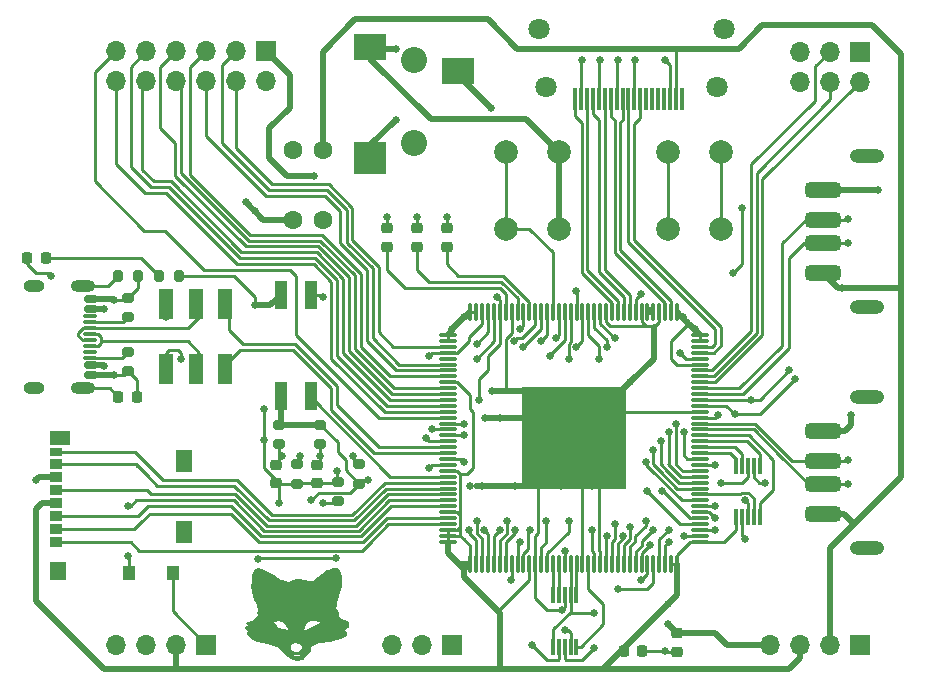
<source format=gtl>
G04 #@! TF.GenerationSoftware,KiCad,Pcbnew,7.0.10-7.0.10~ubuntu20.04.1*
G04 #@! TF.CreationDate,2024-05-01T22:25:19+02:00*
G04 #@! TF.ProjectId,endeavour,656e6465-6176-46f7-9572-2e6b69636164,rev?*
G04 #@! TF.SameCoordinates,Original*
G04 #@! TF.FileFunction,Copper,L1,Top*
G04 #@! TF.FilePolarity,Positive*
%FSLAX46Y46*%
G04 Gerber Fmt 4.6, Leading zero omitted, Abs format (unit mm)*
G04 Created by KiCad (PCBNEW 7.0.10-7.0.10~ubuntu20.04.1) date 2024-05-01 22:25:19*
%MOMM*%
%LPD*%
G01*
G04 APERTURE LIST*
G04 Aperture macros list*
%AMRoundRect*
0 Rectangle with rounded corners*
0 $1 Rounding radius*
0 $2 $3 $4 $5 $6 $7 $8 $9 X,Y pos of 4 corners*
0 Add a 4 corners polygon primitive as box body*
4,1,4,$2,$3,$4,$5,$6,$7,$8,$9,$2,$3,0*
0 Add four circle primitives for the rounded corners*
1,1,$1+$1,$2,$3*
1,1,$1+$1,$4,$5*
1,1,$1+$1,$6,$7*
1,1,$1+$1,$8,$9*
0 Add four rect primitives between the rounded corners*
20,1,$1+$1,$2,$3,$4,$5,0*
20,1,$1+$1,$4,$5,$6,$7,0*
20,1,$1+$1,$6,$7,$8,$9,0*
20,1,$1+$1,$8,$9,$2,$3,0*%
G04 Aperture macros list end*
G04 #@! TA.AperFunction,ComponentPad*
%ADD10R,1.700000X1.700000*%
G04 #@! TD*
G04 #@! TA.AperFunction,ComponentPad*
%ADD11O,1.700000X1.700000*%
G04 #@! TD*
G04 #@! TA.AperFunction,SMDPad,CuDef*
%ADD12RoundRect,0.218750X0.256250X-0.218750X0.256250X0.218750X-0.256250X0.218750X-0.256250X-0.218750X0*%
G04 #@! TD*
G04 #@! TA.AperFunction,SMDPad,CuDef*
%ADD13RoundRect,0.218750X-0.218750X-0.256250X0.218750X-0.256250X0.218750X0.256250X-0.218750X0.256250X0*%
G04 #@! TD*
G04 #@! TA.AperFunction,SMDPad,CuDef*
%ADD14R,1.200000X2.500000*%
G04 #@! TD*
G04 #@! TA.AperFunction,SMDPad,CuDef*
%ADD15R,1.350000X1.900000*%
G04 #@! TD*
G04 #@! TA.AperFunction,SMDPad,CuDef*
%ADD16R,1.800000X1.170000*%
G04 #@! TD*
G04 #@! TA.AperFunction,SMDPad,CuDef*
%ADD17R,1.350000X1.550000*%
G04 #@! TD*
G04 #@! TA.AperFunction,SMDPad,CuDef*
%ADD18R,1.000000X1.200000*%
G04 #@! TD*
G04 #@! TA.AperFunction,SMDPad,CuDef*
%ADD19R,1.100000X0.750000*%
G04 #@! TD*
G04 #@! TA.AperFunction,SMDPad,CuDef*
%ADD20R,1.100000X0.850000*%
G04 #@! TD*
G04 #@! TA.AperFunction,HeatsinkPad*
%ADD21R,8.930000X8.700000*%
G04 #@! TD*
G04 #@! TA.AperFunction,SMDPad,CuDef*
%ADD22RoundRect,0.075000X-0.075000X-0.662500X0.075000X-0.662500X0.075000X0.662500X-0.075000X0.662500X0*%
G04 #@! TD*
G04 #@! TA.AperFunction,SMDPad,CuDef*
%ADD23RoundRect,0.075000X-0.662500X-0.075000X0.662500X-0.075000X0.662500X0.075000X-0.662500X0.075000X0*%
G04 #@! TD*
G04 #@! TA.AperFunction,ComponentPad*
%ADD24O,2.900000X1.200000*%
G04 #@! TD*
G04 #@! TA.AperFunction,SMDPad,CuDef*
%ADD25RoundRect,0.325000X1.175000X-0.325000X1.175000X0.325000X-1.175000X0.325000X-1.175000X-0.325000X0*%
G04 #@! TD*
G04 #@! TA.AperFunction,ComponentPad*
%ADD26C,1.800000*%
G04 #@! TD*
G04 #@! TA.AperFunction,SMDPad,CuDef*
%ADD27R,0.300000X1.900000*%
G04 #@! TD*
G04 #@! TA.AperFunction,ComponentPad*
%ADD28C,1.600200*%
G04 #@! TD*
G04 #@! TA.AperFunction,ComponentPad*
%ADD29C,2.209800*%
G04 #@! TD*
G04 #@! TA.AperFunction,SMDPad,CuDef*
%ADD30R,2.794000X2.209800*%
G04 #@! TD*
G04 #@! TA.AperFunction,SMDPad,CuDef*
%ADD31R,2.794000X2.794000*%
G04 #@! TD*
G04 #@! TA.AperFunction,SMDPad,CuDef*
%ADD32R,0.300000X1.400000*%
G04 #@! TD*
G04 #@! TA.AperFunction,SMDPad,CuDef*
%ADD33R,1.130000X2.440000*%
G04 #@! TD*
G04 #@! TA.AperFunction,ComponentPad*
%ADD34O,1.800000X1.000000*%
G04 #@! TD*
G04 #@! TA.AperFunction,ComponentPad*
%ADD35O,2.100000X1.000000*%
G04 #@! TD*
G04 #@! TA.AperFunction,SMDPad,CuDef*
%ADD36RoundRect,0.150000X-0.425000X0.150000X-0.425000X-0.150000X0.425000X-0.150000X0.425000X0.150000X0*%
G04 #@! TD*
G04 #@! TA.AperFunction,SMDPad,CuDef*
%ADD37RoundRect,0.075000X-0.500000X0.075000X-0.500000X-0.075000X0.500000X-0.075000X0.500000X0.075000X0*%
G04 #@! TD*
G04 #@! TA.AperFunction,ComponentPad*
%ADD38C,2.000000*%
G04 #@! TD*
G04 #@! TA.AperFunction,SMDPad,CuDef*
%ADD39RoundRect,0.200000X0.275000X-0.200000X0.275000X0.200000X-0.275000X0.200000X-0.275000X-0.200000X0*%
G04 #@! TD*
G04 #@! TA.AperFunction,SMDPad,CuDef*
%ADD40RoundRect,0.200000X-0.200000X-0.275000X0.200000X-0.275000X0.200000X0.275000X-0.200000X0.275000X0*%
G04 #@! TD*
G04 #@! TA.AperFunction,SMDPad,CuDef*
%ADD41RoundRect,0.200000X-0.275000X0.200000X-0.275000X-0.200000X0.275000X-0.200000X0.275000X0.200000X0*%
G04 #@! TD*
G04 #@! TA.AperFunction,SMDPad,CuDef*
%ADD42RoundRect,0.225000X-0.225000X-0.250000X0.225000X-0.250000X0.225000X0.250000X-0.225000X0.250000X0*%
G04 #@! TD*
G04 #@! TA.AperFunction,SMDPad,CuDef*
%ADD43RoundRect,0.225000X0.250000X-0.225000X0.250000X0.225000X-0.250000X0.225000X-0.250000X-0.225000X0*%
G04 #@! TD*
G04 #@! TA.AperFunction,ViaPad*
%ADD44C,0.650000*%
G04 #@! TD*
G04 #@! TA.AperFunction,Conductor*
%ADD45C,0.500000*%
G04 #@! TD*
G04 #@! TA.AperFunction,Conductor*
%ADD46C,0.250000*%
G04 #@! TD*
G04 APERTURE END LIST*
D10*
X103900000Y-64460000D03*
D11*
X103900000Y-67000000D03*
X101360000Y-64460000D03*
X101360000Y-67000000D03*
X98820000Y-64460000D03*
X98820000Y-67000000D03*
X96280000Y-64460000D03*
X96280000Y-67000000D03*
X93740000Y-64460000D03*
X93740000Y-67000000D03*
X91200000Y-64460000D03*
X91200000Y-67000000D03*
X149070000Y-67040000D03*
X149070000Y-64500000D03*
X151610000Y-67040000D03*
X151610000Y-64500000D03*
X154150000Y-67040000D03*
D10*
X154150000Y-64500000D03*
D12*
X119150000Y-79462500D03*
X119150000Y-81037500D03*
X116650000Y-79462500D03*
X116650000Y-81037500D03*
X114150000Y-79462500D03*
X114150000Y-81037500D03*
D13*
X85225000Y-82000000D03*
X83650000Y-82000000D03*
D14*
X100400000Y-85900000D03*
X97900000Y-85900000D03*
X95400000Y-85900000D03*
X100400000Y-91400000D03*
X97900000Y-91400000D03*
X95400000Y-91400000D03*
D15*
X96930800Y-105175000D03*
X96930800Y-99205000D03*
D16*
X86455800Y-97180000D03*
D17*
X86230800Y-108500000D03*
D18*
X95955800Y-108675000D03*
X92255800Y-108675000D03*
D19*
X86105800Y-98390000D03*
D20*
X86105800Y-99440000D03*
X86105800Y-100540000D03*
X86105800Y-101640000D03*
X86105800Y-102740000D03*
X86105800Y-103840000D03*
X86105800Y-104940000D03*
X86105800Y-106040000D03*
D21*
X129912500Y-97250000D03*
D22*
X121162500Y-86587500D03*
X121662500Y-86587500D03*
X122162500Y-86587500D03*
X122662500Y-86587500D03*
X123162500Y-86587500D03*
X123662500Y-86587500D03*
X124162500Y-86587500D03*
X124662500Y-86587500D03*
X125162500Y-86587500D03*
X125662500Y-86587500D03*
X126162500Y-86587500D03*
X126662500Y-86587500D03*
X127162500Y-86587500D03*
X127662500Y-86587500D03*
X128162500Y-86587500D03*
X128662500Y-86587500D03*
X129162500Y-86587500D03*
X129662500Y-86587500D03*
X130162500Y-86587500D03*
X130662500Y-86587500D03*
X131162500Y-86587500D03*
X131662500Y-86587500D03*
X132162500Y-86587500D03*
X132662500Y-86587500D03*
X133162500Y-86587500D03*
X133662500Y-86587500D03*
X134162500Y-86587500D03*
X134662500Y-86587500D03*
X135162500Y-86587500D03*
X135662500Y-86587500D03*
X136162500Y-86587500D03*
X136662500Y-86587500D03*
X137162500Y-86587500D03*
X137662500Y-86587500D03*
X138162500Y-86587500D03*
X138662500Y-86587500D03*
D23*
X140575000Y-88500000D03*
X140575000Y-89000000D03*
X140575000Y-89500000D03*
X140575000Y-90000000D03*
X140575000Y-90500000D03*
X140575000Y-91000000D03*
X140575000Y-91500000D03*
X140575000Y-92000000D03*
X140575000Y-92500000D03*
X140575000Y-93000000D03*
X140575000Y-93500000D03*
X140575000Y-94000000D03*
X140575000Y-94500000D03*
X140575000Y-95000000D03*
X140575000Y-95500000D03*
X140575000Y-96000000D03*
X140575000Y-96500000D03*
X140575000Y-97000000D03*
X140575000Y-97500000D03*
X140575000Y-98000000D03*
X140575000Y-98500000D03*
X140575000Y-99000000D03*
X140575000Y-99500000D03*
X140575000Y-100000000D03*
X140575000Y-100500000D03*
X140575000Y-101000000D03*
X140575000Y-101500000D03*
X140575000Y-102000000D03*
X140575000Y-102500000D03*
X140575000Y-103000000D03*
X140575000Y-103500000D03*
X140575000Y-104000000D03*
X140575000Y-104500000D03*
X140575000Y-105000000D03*
X140575000Y-105500000D03*
X140575000Y-106000000D03*
D22*
X138662500Y-107912500D03*
X138162500Y-107912500D03*
X137662500Y-107912500D03*
X137162500Y-107912500D03*
X136662500Y-107912500D03*
X136162500Y-107912500D03*
X135662500Y-107912500D03*
X135162500Y-107912500D03*
X134662500Y-107912500D03*
X134162500Y-107912500D03*
X133662500Y-107912500D03*
X133162500Y-107912500D03*
X132662500Y-107912500D03*
X132162500Y-107912500D03*
X131662500Y-107912500D03*
X131162500Y-107912500D03*
X130662500Y-107912500D03*
X130162500Y-107912500D03*
X129662500Y-107912500D03*
X129162500Y-107912500D03*
X128662500Y-107912500D03*
X128162500Y-107912500D03*
X127662500Y-107912500D03*
X127162500Y-107912500D03*
X126662500Y-107912500D03*
X126162500Y-107912500D03*
X125662500Y-107912500D03*
X125162500Y-107912500D03*
X124662500Y-107912500D03*
X124162500Y-107912500D03*
X123662500Y-107912500D03*
X123162500Y-107912500D03*
X122662500Y-107912500D03*
X122162500Y-107912500D03*
X121662500Y-107912500D03*
X121162500Y-107912500D03*
D23*
X119250000Y-106000000D03*
X119250000Y-105500000D03*
X119250000Y-105000000D03*
X119250000Y-104500000D03*
X119250000Y-104000000D03*
X119250000Y-103500000D03*
X119250000Y-103000000D03*
X119250000Y-102500000D03*
X119250000Y-102000000D03*
X119250000Y-101500000D03*
X119250000Y-101000000D03*
X119250000Y-100500000D03*
X119250000Y-100000000D03*
X119250000Y-99500000D03*
X119250000Y-99000000D03*
X119250000Y-98500000D03*
X119250000Y-98000000D03*
X119250000Y-97500000D03*
X119250000Y-97000000D03*
X119250000Y-96500000D03*
X119250000Y-96000000D03*
X119250000Y-95500000D03*
X119250000Y-95000000D03*
X119250000Y-94500000D03*
X119250000Y-94000000D03*
X119250000Y-93500000D03*
X119250000Y-93000000D03*
X119250000Y-92500000D03*
X119250000Y-92000000D03*
X119250000Y-91500000D03*
X119250000Y-91000000D03*
X119250000Y-90500000D03*
X119250000Y-90000000D03*
X119250000Y-89500000D03*
X119250000Y-89000000D03*
X119250000Y-88500000D03*
D24*
X154750000Y-73350000D03*
X154750000Y-86150000D03*
D25*
X151050000Y-76250000D03*
X151050000Y-78750000D03*
X151050000Y-80750000D03*
X151050000Y-83250000D03*
D24*
X154750000Y-93750000D03*
X154750000Y-106550000D03*
D25*
X151050000Y-96650000D03*
X151050000Y-99150000D03*
X151050000Y-101150000D03*
X151050000Y-103650000D03*
D26*
X126950000Y-62600000D03*
X142650000Y-62600000D03*
X127550000Y-67500000D03*
X142050000Y-67500000D03*
D27*
X139050000Y-68500000D03*
X138550000Y-68500000D03*
X138050000Y-68500000D03*
X137550000Y-68500000D03*
X137050000Y-68500000D03*
X136550000Y-68500000D03*
X136050000Y-68500000D03*
X135550000Y-68500000D03*
X135050000Y-68500000D03*
X134550000Y-68500000D03*
X134050000Y-68500000D03*
X133550000Y-68500000D03*
X133050000Y-68500000D03*
X132550000Y-68500000D03*
X132050000Y-68500000D03*
X131550000Y-68500000D03*
X131050000Y-68500000D03*
X130550000Y-68500000D03*
X130050000Y-68500000D03*
D11*
X91150000Y-114725000D03*
X93690000Y-114725000D03*
X96230000Y-114725000D03*
D10*
X98770000Y-114725000D03*
D28*
X106160800Y-78749300D03*
X108650000Y-78749300D03*
X106160800Y-72856500D03*
X108650000Y-72856500D03*
D11*
X146530000Y-114750000D03*
X149070000Y-114750000D03*
X151610000Y-114750000D03*
D10*
X154150000Y-114750000D03*
D29*
X116400000Y-72250000D03*
X116400000Y-65250002D03*
D30*
X120100018Y-66150043D03*
D31*
X112700000Y-73550000D03*
D30*
X112700000Y-64150001D03*
D32*
X143650000Y-99550000D03*
X144150000Y-99550000D03*
X144650000Y-99550000D03*
X145150000Y-99550000D03*
X145650000Y-99550000D03*
X145650000Y-103950000D03*
X145150000Y-103950000D03*
X144650000Y-103950000D03*
X144150000Y-103950000D03*
X143650000Y-103950000D03*
D33*
X105130000Y-93672500D03*
X105130000Y-85072500D03*
X107670000Y-93672500D03*
X107670000Y-85072500D03*
D34*
X84230800Y-93000000D03*
D35*
X88410800Y-93000000D03*
D34*
X84230800Y-84360000D03*
D35*
X88410800Y-84360000D03*
D36*
X89055800Y-85480000D03*
X89055800Y-86280000D03*
D37*
X88985800Y-86930000D03*
X88985800Y-87930000D03*
X88985800Y-89430000D03*
X88985800Y-90430000D03*
D36*
X89055800Y-91080000D03*
X89055800Y-91880000D03*
X89055800Y-91880000D03*
X89055800Y-91080000D03*
D37*
X88985800Y-89930000D03*
X88985800Y-88930000D03*
X88985800Y-88430000D03*
X88985800Y-87430000D03*
D36*
X89055800Y-86280000D03*
X89055800Y-85480000D03*
D32*
X128150000Y-110500000D03*
X128650000Y-110500000D03*
X129150000Y-110500000D03*
X129650000Y-110500000D03*
X130150000Y-110500000D03*
X130150000Y-114900000D03*
X129650000Y-114900000D03*
X129150000Y-114900000D03*
X128650000Y-114900000D03*
X128150000Y-114900000D03*
D38*
X137900000Y-73000000D03*
X137900000Y-79500000D03*
X142400000Y-73000000D03*
X142400000Y-79500000D03*
X124150000Y-73000000D03*
X124150000Y-79500000D03*
X128650000Y-73000000D03*
X128650000Y-79500000D03*
D39*
X104966118Y-96100000D03*
X104966118Y-97750000D03*
X108466118Y-96100000D03*
X108466118Y-97750000D03*
D40*
X93000000Y-83500000D03*
X91350000Y-83500000D03*
D41*
X92150000Y-91575000D03*
X92150000Y-89925000D03*
D39*
X92150000Y-85350000D03*
X92150000Y-87000000D03*
D40*
X96475000Y-83500000D03*
X94825000Y-83500000D03*
D41*
X109966118Y-100925000D03*
X109966118Y-102575000D03*
X106466118Y-101075000D03*
X106466118Y-99425000D03*
D39*
X111716118Y-99425000D03*
X111716118Y-101075000D03*
D11*
X114570000Y-114725000D03*
X117110000Y-114725000D03*
D10*
X119650000Y-114725000D03*
D42*
X135700000Y-115250000D03*
X134150000Y-115250000D03*
X91375000Y-93750000D03*
X92925000Y-93750000D03*
D43*
X138650000Y-113750000D03*
X138650000Y-115300000D03*
X104716118Y-99500000D03*
X104716118Y-101050000D03*
X108216118Y-99500000D03*
X108216118Y-101050000D03*
D44*
X114850000Y-70300000D03*
X102900000Y-86000000D03*
X153400000Y-95250000D03*
X155650000Y-76250000D03*
X152650000Y-84500000D03*
X143400000Y-83250000D03*
X144150000Y-77750000D03*
X148650000Y-92250000D03*
X148150000Y-91500000D03*
X135650000Y-85000000D03*
X144950000Y-94000000D03*
X143550000Y-95200000D03*
X131650000Y-112000000D03*
X119150000Y-78500000D03*
X116650000Y-78500000D03*
X114150000Y-78500000D03*
X123400000Y-85250000D03*
X130150000Y-84750000D03*
X153150000Y-80700000D03*
X153150000Y-78700000D03*
X122900000Y-69250000D03*
X114900000Y-64250000D03*
X107900000Y-75000000D03*
X137650000Y-65250000D03*
X135150000Y-65250000D03*
X133650000Y-65250000D03*
X132150000Y-65250000D03*
X130650000Y-65250000D03*
X108650000Y-85250000D03*
X123650000Y-95500000D03*
X102150000Y-77250000D03*
X102900000Y-78000000D03*
X122150000Y-101250000D03*
X121150000Y-101250000D03*
X140150000Y-88000000D03*
X139150000Y-87000000D03*
X119650000Y-88000000D03*
X120650000Y-87000000D03*
X137900000Y-113000000D03*
X137650000Y-115250000D03*
X137900000Y-111250000D03*
X133650000Y-110000000D03*
X138900000Y-90000000D03*
X85650000Y-83500000D03*
X153150000Y-101100000D03*
X153150000Y-99100000D03*
X146150000Y-101000000D03*
X142150000Y-95250000D03*
X84400000Y-100750000D03*
X92150000Y-107250000D03*
X92150000Y-103000000D03*
X100650000Y-90750000D03*
X142400000Y-101000000D03*
X144400000Y-102500000D03*
X144400000Y-105750000D03*
X141900000Y-99500000D03*
X139250000Y-96750000D03*
X138600000Y-96000000D03*
X136000000Y-99250000D03*
X137950000Y-96750000D03*
X137300000Y-97500000D03*
X136650000Y-98250000D03*
X95400000Y-87000000D03*
X96650000Y-90500000D03*
X122400000Y-95500000D03*
X117650000Y-90250000D03*
X109900000Y-100000000D03*
X121900000Y-94000000D03*
X136400000Y-86500000D03*
X126400000Y-114750000D03*
X131650000Y-115000000D03*
X129150000Y-113500000D03*
X104966118Y-102750000D03*
X109816118Y-107400000D03*
X103216118Y-107500000D03*
X107716118Y-102500000D03*
X108716118Y-102750000D03*
X112466118Y-100750000D03*
X111216118Y-98750000D03*
X103716118Y-94750000D03*
X103716118Y-97350000D03*
X108466118Y-98750000D03*
X106716118Y-98750000D03*
X105216118Y-98750000D03*
X91030800Y-85500000D03*
X91030800Y-91900000D03*
X90130800Y-86300000D03*
X90130800Y-91100000D03*
X117650000Y-99750000D03*
X120650000Y-99250000D03*
X117400000Y-97250000D03*
X117900000Y-96500000D03*
X120650000Y-96000000D03*
X120650000Y-97000000D03*
X124900000Y-89000000D03*
X125400000Y-88000000D03*
X125650000Y-89500000D03*
X127150000Y-89000000D03*
X128400000Y-88750000D03*
X127900000Y-90250000D03*
X129500000Y-90500000D03*
X130150000Y-89500000D03*
X133400000Y-88750000D03*
X132750000Y-89500000D03*
X132100000Y-90500000D03*
X141900000Y-104000000D03*
X141900000Y-103000000D03*
X137400000Y-101750000D03*
X136150000Y-101750000D03*
X135650000Y-109250000D03*
X123000000Y-93250000D03*
X126900000Y-93250000D03*
X134700000Y-92500000D03*
X121700000Y-90500000D03*
X121700000Y-89250000D03*
X124650000Y-109250000D03*
X128900000Y-111750000D03*
X129500000Y-104250000D03*
X129150000Y-106750000D03*
X136000000Y-104250000D03*
X136650000Y-105000000D03*
X134700000Y-104750000D03*
X136400000Y-106250000D03*
X131450000Y-105000000D03*
X133400000Y-104500000D03*
X132750000Y-105500000D03*
X134050000Y-105500000D03*
X137950000Y-105000000D03*
X137950000Y-106000000D03*
X139250000Y-105500000D03*
X141850000Y-105000000D03*
X131450000Y-101250000D03*
X128850000Y-101250000D03*
X124950000Y-101250000D03*
X125400000Y-106000000D03*
X126250000Y-105000000D03*
X127550000Y-104250000D03*
X124300000Y-104250000D03*
X121700000Y-104250000D03*
X124950000Y-105000000D03*
X123650000Y-105000000D03*
X122350000Y-105000000D03*
X121050000Y-105000000D03*
D45*
X114850000Y-70300000D02*
X112700000Y-72450000D01*
D46*
X102900000Y-86000000D02*
X102900000Y-85250000D01*
X102900000Y-85250000D02*
X101150000Y-83500000D01*
D45*
X104202500Y-86000000D02*
X102900000Y-86000000D01*
X150850000Y-96650000D02*
X152900000Y-96650000D01*
X153400000Y-95250000D02*
X153400000Y-96150000D01*
X153400000Y-96150000D02*
X152900000Y-96650000D01*
X151610000Y-106540000D02*
X153650000Y-104500000D01*
X153650000Y-104500000D02*
X157650000Y-100500000D01*
X151050000Y-103650000D02*
X152800000Y-103650000D01*
X152800000Y-103650000D02*
X153650000Y-104500000D01*
X157650000Y-100500000D02*
X157650000Y-88250000D01*
X151610000Y-114750000D02*
X151610000Y-106540000D01*
D46*
X147400000Y-98750000D02*
X149800000Y-101150000D01*
X149800000Y-101150000D02*
X151050000Y-101150000D01*
X140575000Y-96000000D02*
X145286396Y-96000000D01*
X145286396Y-96000000D02*
X148436396Y-99150000D01*
X148436396Y-99150000D02*
X151050000Y-99150000D01*
D45*
X151050000Y-76250000D02*
X155650000Y-76250000D01*
X152650000Y-84500000D02*
X152300000Y-84500000D01*
X152300000Y-84500000D02*
X151050000Y-83250000D01*
X157650000Y-88250000D02*
X157650000Y-84500000D01*
X157650000Y-84500000D02*
X157650000Y-64750000D01*
X152650000Y-84500000D02*
X157650000Y-84500000D01*
D46*
X148150000Y-88000000D02*
X148150000Y-89600000D01*
X149400000Y-80750000D02*
X151050000Y-80750000D01*
X148150000Y-88000000D02*
X148150000Y-82000000D01*
X148150000Y-82000000D02*
X149400000Y-80750000D01*
X140575000Y-93000000D02*
X143950000Y-93000000D01*
X143950000Y-93000000D02*
X147550000Y-89400000D01*
X149550001Y-78750000D02*
X151050000Y-78750000D01*
X147550000Y-89400000D02*
X147550000Y-80750001D01*
X147550000Y-80750001D02*
X149550001Y-78750000D01*
X144150000Y-82500000D02*
X143400000Y-83250000D01*
X144150000Y-77750000D02*
X144150000Y-82500000D01*
X148150000Y-91500000D02*
X145650000Y-94000000D01*
X145650000Y-94000000D02*
X144950000Y-94000000D01*
X143550000Y-95200000D02*
X145700000Y-95200000D01*
X145700000Y-95200000D02*
X148650000Y-92250000D01*
X135162500Y-85487500D02*
X135650000Y-85000000D01*
X135162500Y-86587500D02*
X135162500Y-85487500D01*
X140575000Y-91500000D02*
X141627208Y-91500000D01*
X141627208Y-91500000D02*
X144950000Y-88177208D01*
X144950000Y-88177208D02*
X144950000Y-74050000D01*
X144950000Y-74050000D02*
X150350000Y-68650000D01*
X150350000Y-68650000D02*
X150350000Y-65760000D01*
X150350000Y-65760000D02*
X151610000Y-64500000D01*
X151610000Y-67040000D02*
X151610000Y-68540000D01*
X151610000Y-68540000D02*
X145400000Y-74750000D01*
X145400000Y-74750000D02*
X145400000Y-88363604D01*
X145400000Y-88363604D02*
X141763604Y-92000000D01*
X141763604Y-92000000D02*
X140575000Y-92000000D01*
X141900000Y-92500000D02*
X145900000Y-88500000D01*
X145900000Y-75290000D02*
X154150000Y-67040000D01*
X140575000Y-92500000D02*
X141900000Y-92500000D01*
X145900000Y-88500000D02*
X145900000Y-75290000D01*
X144250000Y-93500000D02*
X140575000Y-93500000D01*
X148150000Y-89600000D02*
X144250000Y-93500000D01*
X140575000Y-94000000D02*
X144950000Y-94000000D01*
X142850000Y-94500000D02*
X143550000Y-95200000D01*
X140575000Y-94500000D02*
X142850000Y-94500000D01*
D45*
X108650000Y-72856500D02*
X108650000Y-64500000D01*
X125150000Y-64250000D02*
X138650000Y-64250000D01*
X108650000Y-64500000D02*
X111400000Y-61750000D01*
X111400000Y-61750000D02*
X122650000Y-61750000D01*
X122650000Y-61750000D02*
X125150000Y-64250000D01*
X117850000Y-70250000D02*
X112700000Y-65100000D01*
X112700000Y-65100000D02*
X112700000Y-64150001D01*
D46*
X112700000Y-72450000D02*
X112700000Y-73550000D01*
D45*
X122900000Y-69250000D02*
X120100018Y-66450018D01*
D46*
X120100018Y-66450018D02*
X120100018Y-66150043D01*
D45*
X114900000Y-64250000D02*
X112799999Y-64250000D01*
X112799999Y-64250000D02*
X112700000Y-64150001D01*
D46*
X129730761Y-112000000D02*
X131650000Y-112000000D01*
X129650000Y-111919239D02*
X129730761Y-112000000D01*
X131162500Y-107912500D02*
X131162500Y-110012500D01*
X130500000Y-114900000D02*
X130150000Y-114900000D01*
X131162500Y-110012500D02*
X132400000Y-111250000D01*
X132400000Y-111250000D02*
X132400000Y-113000000D01*
X132400000Y-113000000D02*
X130500000Y-114900000D01*
X95955800Y-108675000D02*
X95955800Y-111910800D01*
X95955800Y-111910800D02*
X98770000Y-114725000D01*
X119150000Y-79462500D02*
X119150000Y-78500000D01*
X116650000Y-79462500D02*
X116650000Y-78500000D01*
X114150000Y-79462500D02*
X114150000Y-78500000D01*
X126162500Y-86587500D02*
X126162500Y-85739708D01*
X126162500Y-85739708D02*
X123922792Y-83500000D01*
X123922792Y-83500000D02*
X120150000Y-83500000D01*
X120150000Y-83500000D02*
X119150000Y-82500000D01*
X119150000Y-82500000D02*
X119150000Y-81037500D01*
X125162500Y-86587500D02*
X125162500Y-85376104D01*
X125162500Y-85376104D02*
X123786396Y-84000000D01*
X123786396Y-84000000D02*
X117650000Y-84000000D01*
X117650000Y-84000000D02*
X116650000Y-83000000D01*
X116650000Y-83000000D02*
X116650000Y-81037500D01*
X124162500Y-86587500D02*
X124162500Y-85012500D01*
X124162500Y-85012500D02*
X123650000Y-84500000D01*
X115650000Y-84500000D02*
X114150000Y-83000000D01*
X123650000Y-84500000D02*
X115650000Y-84500000D01*
X114150000Y-83000000D02*
X114150000Y-81037500D01*
X123662500Y-85512500D02*
X123400000Y-85250000D01*
X123662500Y-86587500D02*
X123662500Y-85512500D01*
X128162500Y-86587500D02*
X128162500Y-81512500D01*
X128162500Y-81512500D02*
X126150000Y-79500000D01*
X126150000Y-79500000D02*
X124150000Y-79500000D01*
X124150000Y-73000000D02*
X124150000Y-79500000D01*
X137900000Y-73000000D02*
X137900000Y-79500000D01*
X130162500Y-86587500D02*
X130162500Y-84762500D01*
X130150000Y-84750000D02*
X130162500Y-84762500D01*
X150850000Y-80750000D02*
X153100000Y-80750000D01*
X150850000Y-78750000D02*
X153100000Y-78750000D01*
X142400000Y-79500000D02*
X142400000Y-73000000D01*
D45*
X128650000Y-73000000D02*
X128650000Y-79500000D01*
X128650000Y-73000000D02*
X125900000Y-70250000D01*
X125900000Y-70250000D02*
X117850000Y-70250000D01*
D46*
X112700000Y-74499999D02*
X112700000Y-72450000D01*
X120100018Y-67100042D02*
X120750042Y-67100042D01*
X134050000Y-68500000D02*
X134050000Y-70300000D01*
X134050000Y-70300000D02*
X133850000Y-70500000D01*
X133850000Y-70500000D02*
X133850000Y-81333340D01*
X133850000Y-81333340D02*
X138162500Y-85645840D01*
X138162500Y-85645840D02*
X138162500Y-86587500D01*
X133050000Y-68500000D02*
X133050000Y-70000000D01*
X133050000Y-70000000D02*
X133400000Y-70350000D01*
X133400000Y-70350000D02*
X133400000Y-81519736D01*
X133400000Y-81519736D02*
X137662500Y-85782236D01*
X137662500Y-85782236D02*
X137662500Y-86587500D01*
X131550000Y-68500000D02*
X131550000Y-69750000D01*
X131550000Y-69750000D02*
X132100000Y-70300000D01*
X132100000Y-70300000D02*
X132100000Y-83200000D01*
X132100000Y-83200000D02*
X134162500Y-85262500D01*
X134162500Y-85262500D02*
X134162500Y-86587500D01*
X140575000Y-90000000D02*
X141786396Y-90000000D01*
X141786396Y-90000000D02*
X142400000Y-89386396D01*
X142400000Y-89386396D02*
X142400000Y-87863604D01*
X135000000Y-70650000D02*
X135550000Y-70100000D01*
X142400000Y-87863604D02*
X135000000Y-80463604D01*
X135000000Y-80463604D02*
X135000000Y-70650000D01*
X135550000Y-70100000D02*
X135550000Y-68500000D01*
X140575000Y-89500000D02*
X141650000Y-89500000D01*
X141650000Y-89500000D02*
X141900000Y-89250000D01*
X141900000Y-89250000D02*
X141900000Y-88000000D01*
X141900000Y-88000000D02*
X134550000Y-80650000D01*
X134550000Y-80650000D02*
X134550000Y-68500000D01*
X133162500Y-86587500D02*
X133162500Y-85782236D01*
X133162500Y-85782236D02*
X130600000Y-83219736D01*
X130600000Y-83219736D02*
X130600000Y-70550000D01*
X130600000Y-70550000D02*
X130050000Y-70000000D01*
X130050000Y-70000000D02*
X130050000Y-68500000D01*
X132550000Y-68500000D02*
X132550000Y-83013604D01*
X132550000Y-83013604D02*
X134662500Y-85126104D01*
X134662500Y-85126104D02*
X134662500Y-86587500D01*
X131050000Y-68500000D02*
X131050000Y-83033340D01*
X131050000Y-83033340D02*
X133662500Y-85645840D01*
X133662500Y-85645840D02*
X133662500Y-86587500D01*
X96280000Y-64460000D02*
X94915000Y-65825000D01*
X110900000Y-83590812D02*
X110900000Y-89863604D01*
X94915000Y-65825000D02*
X94915000Y-71015000D01*
X94915000Y-71015000D02*
X96150000Y-72250000D01*
X96150000Y-72250000D02*
X96150000Y-75000000D01*
X96150000Y-75000000D02*
X102150000Y-81000000D01*
X108309188Y-81000000D02*
X110900000Y-83590812D01*
X102150000Y-81000000D02*
X108309188Y-81000000D01*
X110900000Y-89863604D02*
X114536396Y-93500000D01*
X114536396Y-93500000D02*
X119250000Y-93500000D01*
D45*
X107900000Y-75000000D02*
X105650000Y-75000000D01*
X105650000Y-75000000D02*
X104150000Y-73500000D01*
X104150000Y-73500000D02*
X104150000Y-71000000D01*
X104150000Y-71000000D02*
X105900000Y-69250000D01*
X105900000Y-69250000D02*
X105900000Y-66460000D01*
X105900000Y-66460000D02*
X103900000Y-64460000D01*
D46*
X130550000Y-68500000D02*
X130550000Y-65350000D01*
X130650000Y-65250000D02*
X130550000Y-65350000D01*
X132050000Y-65350000D02*
X132150000Y-65250000D01*
X132050000Y-68500000D02*
X132050000Y-65350000D01*
X133550000Y-68500000D02*
X133550000Y-65350000D01*
X133650000Y-65250000D02*
X133550000Y-65350000D01*
X135050000Y-68500000D02*
X135050000Y-65350000D01*
X135150000Y-65250000D02*
X135050000Y-65350000D01*
X138050000Y-65650000D02*
X137650000Y-65250000D01*
X138050000Y-68500000D02*
X138050000Y-65650000D01*
X138650000Y-64250000D02*
X138550000Y-64350000D01*
X138550000Y-64350000D02*
X138550000Y-68500000D01*
D45*
X157650000Y-64750000D02*
X155150000Y-62250000D01*
X155150000Y-62250000D02*
X145900000Y-62250000D01*
X145900000Y-62250000D02*
X143900000Y-64250000D01*
X143900000Y-64250000D02*
X138650000Y-64250000D01*
D46*
X104400000Y-75750000D02*
X102275000Y-73625000D01*
X102275000Y-73625000D02*
X101400000Y-72750000D01*
X101360000Y-67000000D02*
X101360000Y-72710000D01*
X101360000Y-72710000D02*
X102275000Y-73625000D01*
X101360000Y-64460000D02*
X100150000Y-65670000D01*
X100150000Y-65670000D02*
X100150000Y-72250000D01*
X112900000Y-82863604D02*
X112900000Y-88750000D01*
X100150000Y-72250000D02*
X104150000Y-76250000D01*
X110718198Y-80681802D02*
X112900000Y-82863604D01*
X104150000Y-76250000D02*
X109036396Y-76250000D01*
X109036396Y-76250000D02*
X110718198Y-77931802D01*
X110718198Y-77931802D02*
X110718198Y-80681802D01*
X112900000Y-88750000D02*
X115150000Y-91000000D01*
X115150000Y-91000000D02*
X119250000Y-91000000D01*
X103900000Y-76750000D02*
X99275000Y-72125000D01*
X98820000Y-67000000D02*
X98820000Y-71670000D01*
X98820000Y-71670000D02*
X99275000Y-72125000D01*
X98820000Y-64460000D02*
X97455000Y-65825000D01*
X97455000Y-65825000D02*
X97455000Y-74918604D01*
X97455000Y-74918604D02*
X102536396Y-80000000D01*
X102536396Y-80000000D02*
X108581980Y-80000000D01*
X108581980Y-80000000D02*
X111900000Y-83318020D01*
X111900000Y-83318020D02*
X111900000Y-89500000D01*
X111900000Y-89500000D02*
X114400000Y-92000000D01*
X114400000Y-92000000D02*
X119250000Y-92000000D01*
X115650000Y-93000000D02*
X114672792Y-93000000D01*
X114672792Y-93000000D02*
X111400000Y-89727208D01*
X111400000Y-89727208D02*
X111400000Y-83454416D01*
X102400000Y-80500000D02*
X96650000Y-74750000D01*
X111400000Y-83454416D02*
X108445584Y-80500000D01*
X108445584Y-80500000D02*
X102400000Y-80500000D01*
X96650000Y-74750000D02*
X96650000Y-67370000D01*
X96650000Y-67370000D02*
X96280000Y-67000000D01*
X93650000Y-67000000D02*
X93400000Y-67250000D01*
X93740000Y-67000000D02*
X93650000Y-67000000D01*
X108172792Y-81500000D02*
X110400000Y-83727208D01*
X93400000Y-67250000D02*
X93393300Y-67256700D01*
X93393300Y-67256700D02*
X93393300Y-74493300D01*
X93393300Y-74493300D02*
X94400000Y-75500000D01*
X94400000Y-75500000D02*
X95786396Y-75500000D01*
X114400000Y-94000000D02*
X119250000Y-94000000D01*
X95786396Y-75500000D02*
X101786396Y-81500000D01*
X101786396Y-81500000D02*
X108172792Y-81500000D01*
X110400000Y-83727208D02*
X110400000Y-90000000D01*
X110400000Y-90000000D02*
X114400000Y-94000000D01*
X93393300Y-68256700D02*
X93400000Y-68250000D01*
X93393300Y-70756700D02*
X93393300Y-68256700D01*
X119250000Y-94500000D02*
X114150000Y-94500000D01*
X92400000Y-65800000D02*
X93740000Y-64460000D01*
X114150000Y-94500000D02*
X109900000Y-90250000D01*
X101650000Y-82000000D02*
X95650000Y-76000000D01*
X109900000Y-90250000D02*
X109900000Y-83863604D01*
X109900000Y-83863604D02*
X108036396Y-82000000D01*
X95650000Y-76000000D02*
X94150000Y-76000000D01*
X108036396Y-82000000D02*
X101650000Y-82000000D01*
X94150000Y-76000000D02*
X92400000Y-74250000D01*
X92400000Y-74250000D02*
X92400000Y-65800000D01*
X91200000Y-67000000D02*
X91200000Y-74050000D01*
X91200000Y-74050000D02*
X93650000Y-76500000D01*
X93650000Y-76500000D02*
X95400000Y-76500000D01*
X109400000Y-84000000D02*
X109400000Y-90500000D01*
X95400000Y-76500000D02*
X101400000Y-82500000D01*
X101400000Y-82500000D02*
X107900000Y-82500000D01*
X107900000Y-82500000D02*
X109400000Y-84000000D01*
X113900000Y-95000000D02*
X119250000Y-95000000D01*
X109400000Y-90500000D02*
X113900000Y-95000000D01*
X119250000Y-95500000D02*
X113400000Y-95500000D01*
X113400000Y-95500000D02*
X106400000Y-88500000D01*
X95305355Y-79655355D02*
X93555355Y-79655355D01*
X106400000Y-88500000D02*
X106400000Y-83500000D01*
X98650000Y-83000000D02*
X95305355Y-79655355D01*
X106400000Y-83500000D02*
X105900000Y-83000000D01*
X93555355Y-79655355D02*
X89400000Y-75500000D01*
X105900000Y-83000000D02*
X98650000Y-83000000D01*
X89400000Y-66260000D02*
X91200000Y-64460000D01*
X89400000Y-75500000D02*
X89400000Y-66260000D01*
X119250000Y-89500000D02*
X114650000Y-89500000D01*
X113400000Y-82727208D02*
X111168198Y-80495406D01*
X111168198Y-77745406D02*
X109172792Y-75750000D01*
X114650000Y-89500000D02*
X113400000Y-88250000D01*
X113400000Y-88250000D02*
X113400000Y-82727208D01*
X109172792Y-75750000D02*
X104400000Y-75750000D01*
X111168198Y-80495406D02*
X111168198Y-77745406D01*
X119250000Y-91500000D02*
X114900000Y-91500000D01*
X112400000Y-89000000D02*
X112400000Y-83000000D01*
X114900000Y-91500000D02*
X112400000Y-89000000D01*
X108900000Y-76750000D02*
X103900000Y-76750000D01*
X112400000Y-83000000D02*
X110150000Y-80750000D01*
X110150000Y-80750000D02*
X110150000Y-78000000D01*
X110150000Y-78000000D02*
X108900000Y-76750000D01*
X93400000Y-70750000D02*
X93393300Y-70756700D01*
X93393300Y-70756700D02*
X93393300Y-74493300D01*
X119250000Y-93000000D02*
X115650000Y-93000000D01*
X115650000Y-93000000D02*
X114900000Y-93000000D01*
X107670000Y-85072500D02*
X108472500Y-85072500D01*
X108472500Y-85072500D02*
X108650000Y-85250000D01*
D45*
X120650000Y-87000000D02*
X119650000Y-88000000D01*
X120650000Y-87000000D02*
X120750000Y-87000000D01*
X120750000Y-87000000D02*
X121162500Y-86587500D01*
X124900000Y-95500000D02*
X128162500Y-95500000D01*
X124900000Y-95500000D02*
X122400000Y-95500000D01*
D46*
X97900000Y-106750000D02*
X93150000Y-106750000D01*
X93150000Y-106750000D02*
X92440000Y-106040000D01*
X92440000Y-106040000D02*
X86105800Y-106040000D01*
D45*
X102150000Y-77250000D02*
X103650000Y-78750000D01*
X103650000Y-78750000D02*
X103900000Y-78750000D01*
X102900000Y-78000000D02*
X103650000Y-78750000D01*
X103900000Y-78750000D02*
X103900700Y-78749300D01*
X103900700Y-78749300D02*
X106160800Y-78749300D01*
X122150000Y-101250000D02*
X121650000Y-101250000D01*
X119650000Y-88100000D02*
X119650000Y-88000000D01*
D46*
X137650000Y-115250000D02*
X135700000Y-115250000D01*
D45*
X138650000Y-113750000D02*
X141900000Y-113750000D01*
X141900000Y-113750000D02*
X142900000Y-114750000D01*
X142900000Y-114750000D02*
X146530000Y-114750000D01*
X138650000Y-113750000D02*
X137900000Y-113000000D01*
D46*
X138650000Y-115300000D02*
X137700000Y-115300000D01*
X137700000Y-115300000D02*
X137650000Y-115250000D01*
D45*
X137900000Y-111250000D02*
X132400000Y-116750000D01*
D46*
X136662500Y-107912500D02*
X136662500Y-109500000D01*
X133650000Y-110000000D02*
X136162500Y-110000000D01*
X136162500Y-110000000D02*
X136662500Y-109500000D01*
X138650000Y-91000000D02*
X138150000Y-90500000D01*
X140575000Y-91000000D02*
X138650000Y-91000000D01*
X138150000Y-89000000D02*
X139650000Y-87500000D01*
X138150000Y-90500000D02*
X138150000Y-89000000D01*
X139400000Y-90500000D02*
X138900000Y-90000000D01*
X140575000Y-90500000D02*
X139400000Y-90500000D01*
X96475000Y-83500000D02*
X101150000Y-83500000D01*
X94825000Y-83500000D02*
X93325000Y-82000000D01*
X93325000Y-82000000D02*
X85225000Y-82000000D01*
X85400000Y-83250000D02*
X84400000Y-83250000D01*
X84400000Y-83250000D02*
X83650000Y-82500000D01*
X85650000Y-83500000D02*
X85400000Y-83250000D01*
X83650000Y-82500000D02*
X83650000Y-82000000D01*
D45*
X126900000Y-116750000D02*
X123650000Y-116750000D01*
X123650000Y-116750000D02*
X96400000Y-116750000D01*
X123525000Y-111875000D02*
X123650000Y-112000000D01*
X123650000Y-112000000D02*
X123650000Y-116750000D01*
D46*
X153100000Y-101150000D02*
X153150000Y-101100000D01*
X150850000Y-101150000D02*
X153100000Y-101150000D01*
X150850000Y-99150000D02*
X153100000Y-99150000D01*
X140575000Y-96500000D02*
X145150000Y-96500000D01*
X145150000Y-96500000D02*
X147400000Y-98750000D01*
D45*
X149070000Y-114750000D02*
X149070000Y-115830000D01*
X149070000Y-115830000D02*
X148150000Y-116750000D01*
X148150000Y-116750000D02*
X132400000Y-116750000D01*
D46*
X145650000Y-102750000D02*
X145650000Y-103950000D01*
X146800000Y-101600000D02*
X145650000Y-102750000D01*
X146800000Y-99063604D02*
X146800000Y-101600000D01*
X144736396Y-97000000D02*
X146800000Y-99063604D01*
X140575000Y-97000000D02*
X144736396Y-97000000D01*
X145600000Y-101000000D02*
X146150000Y-101000000D01*
X145150000Y-100550000D02*
X145600000Y-101000000D01*
X145150000Y-99550000D02*
X145150000Y-100550000D01*
X141900000Y-95500000D02*
X142150000Y-95250000D01*
X140575000Y-95500000D02*
X141900000Y-95500000D01*
X88410800Y-84360000D02*
X90490000Y-84360000D01*
X90490000Y-84360000D02*
X91350000Y-83500000D01*
X93000000Y-83500000D02*
X93000000Y-84500000D01*
X93000000Y-84500000D02*
X92150000Y-85350000D01*
X91030800Y-85500000D02*
X92000000Y-85500000D01*
X92000000Y-85500000D02*
X92150000Y-85350000D01*
X88985800Y-87430000D02*
X91720000Y-87430000D01*
X91720000Y-87430000D02*
X92150000Y-87000000D01*
X92925000Y-93750000D02*
X92925000Y-92350000D01*
X92925000Y-92350000D02*
X92150000Y-91575000D01*
X91030800Y-91900000D02*
X91825000Y-91900000D01*
X91825000Y-91900000D02*
X92150000Y-91575000D01*
X88410800Y-93000000D02*
X90625000Y-93000000D01*
X90625000Y-93000000D02*
X91375000Y-93750000D01*
X88985800Y-90430000D02*
X91645000Y-90430000D01*
X91645000Y-90430000D02*
X92150000Y-89925000D01*
D45*
X96400000Y-116750000D02*
X90150000Y-116750000D01*
X96230000Y-114725000D02*
X96230000Y-116580000D01*
X96230000Y-116580000D02*
X96400000Y-116750000D01*
X132400000Y-116750000D02*
X126900000Y-116750000D01*
X90150000Y-116750000D02*
X84400000Y-111000000D01*
X84400000Y-103250000D02*
X84910000Y-102740000D01*
X84400000Y-111000000D02*
X84400000Y-103250000D01*
X84910000Y-102740000D02*
X86105800Y-102740000D01*
X86105800Y-100540000D02*
X84610000Y-100540000D01*
X84610000Y-100540000D02*
X84400000Y-100750000D01*
D46*
X103913604Y-104650000D02*
X101206802Y-101943198D01*
X93790000Y-101640000D02*
X94093198Y-101943198D01*
X94093198Y-101943198D02*
X101206802Y-101943198D01*
X94025000Y-103625000D02*
X93400000Y-104250000D01*
X86105800Y-104940000D02*
X92710000Y-104940000D01*
X92710000Y-104940000D02*
X93400000Y-104250000D01*
X93900000Y-103000000D02*
X93400000Y-103500000D01*
X86105800Y-103840000D02*
X93060000Y-103840000D01*
X93060000Y-103840000D02*
X93400000Y-103500000D01*
X86105800Y-101640000D02*
X93790000Y-101640000D01*
X119250000Y-102000000D02*
X114172792Y-102000000D01*
X114172792Y-102000000D02*
X111522792Y-104650000D01*
X111522792Y-104650000D02*
X103913604Y-104650000D01*
X92840000Y-99440000D02*
X86105800Y-99440000D01*
X94650000Y-101250000D02*
X93775000Y-100375000D01*
X93775000Y-100375000D02*
X92900000Y-99500000D01*
X92840000Y-99440000D02*
X93775000Y-100375000D01*
X95150000Y-100750000D02*
X93275000Y-98875000D01*
X93275000Y-98875000D02*
X92900000Y-98500000D01*
X86105800Y-98390000D02*
X92790000Y-98390000D01*
X92790000Y-98390000D02*
X93275000Y-98875000D01*
X92400000Y-103000000D02*
X92150000Y-103000000D01*
X92255800Y-107355800D02*
X92150000Y-107250000D01*
X92255800Y-108675000D02*
X92255800Y-107355800D01*
X119250000Y-102500000D02*
X114309188Y-102500000D01*
X114309188Y-102500000D02*
X111709188Y-105100000D01*
X111709188Y-105100000D02*
X103727208Y-105100000D01*
X103727208Y-105100000D02*
X101127208Y-102500000D01*
X101127208Y-102500000D02*
X92900000Y-102500000D01*
X92900000Y-102500000D02*
X92400000Y-103000000D01*
X119250000Y-103000000D02*
X114445584Y-103000000D01*
X114445584Y-103000000D02*
X111895584Y-105550000D01*
X111895584Y-105550000D02*
X103450000Y-105550000D01*
X103450000Y-105550000D02*
X100900000Y-103000000D01*
X100900000Y-103000000D02*
X93900000Y-103000000D01*
X119250000Y-104000000D02*
X114081980Y-104000000D01*
X114081980Y-104000000D02*
X112081980Y-106000000D01*
X112081980Y-106000000D02*
X103263604Y-106000000D01*
X103263604Y-106000000D02*
X100888604Y-103625000D01*
X100888604Y-103625000D02*
X94025000Y-103625000D01*
X114218376Y-104500000D02*
X112559188Y-106159188D01*
X97900000Y-106750000D02*
X111968376Y-106750000D01*
X111968376Y-106750000D02*
X112559188Y-106159188D01*
X119250000Y-104500000D02*
X114218376Y-104500000D01*
X119250000Y-101500000D02*
X114036396Y-101500000D01*
X111336396Y-104200000D02*
X104100000Y-104200000D01*
X101150000Y-101250000D02*
X94650000Y-101250000D01*
X114036396Y-101500000D02*
X111336396Y-104200000D01*
X104100000Y-104200000D02*
X101150000Y-101250000D01*
X119250000Y-101000000D02*
X113900000Y-101000000D01*
X101400000Y-100750000D02*
X95150000Y-100750000D01*
X113900000Y-101000000D02*
X111150000Y-103750000D01*
X111150000Y-103750000D02*
X104400000Y-103750000D01*
X104400000Y-103750000D02*
X101400000Y-100750000D01*
X100650000Y-90750000D02*
X101650000Y-89750000D01*
X109400000Y-92967500D02*
X109400000Y-94863604D01*
X101650000Y-89750000D02*
X106182500Y-89750000D01*
X106182500Y-89750000D02*
X109400000Y-92967500D01*
X109400000Y-94863604D02*
X113036396Y-98500000D01*
X113036396Y-98500000D02*
X119250000Y-98500000D01*
X100650000Y-90750000D02*
X100650000Y-92419200D01*
X100650000Y-92419200D02*
X100730800Y-92500000D01*
D45*
X104202500Y-86000000D02*
X105130000Y-85072500D01*
D46*
X119250000Y-98000000D02*
X113400000Y-98000000D01*
X113400000Y-98000000D02*
X109850000Y-94450000D01*
X109850000Y-94450000D02*
X109850000Y-92781104D01*
X109850000Y-92781104D02*
X106318896Y-89250000D01*
X106318896Y-89250000D02*
X101900000Y-89250000D01*
X101900000Y-89250000D02*
X100730800Y-88080800D01*
X100730800Y-88080800D02*
X100730800Y-84800000D01*
X142400000Y-101000000D02*
X144200000Y-101000000D01*
X144200000Y-101000000D02*
X144650000Y-100550000D01*
X144650000Y-100550000D02*
X144650000Y-99550000D01*
X140575000Y-102000000D02*
X143980761Y-102000000D01*
X143980761Y-102000000D02*
X144130761Y-101850000D01*
X144130761Y-101850000D02*
X144669239Y-101850000D01*
X145150000Y-102330761D02*
X145150000Y-103950000D01*
X144669239Y-101850000D02*
X145150000Y-102330761D01*
X144650000Y-102750000D02*
X144400000Y-102500000D01*
X144650000Y-103950000D02*
X144650000Y-102750000D01*
X144150000Y-105500000D02*
X144400000Y-105750000D01*
X144150000Y-103950000D02*
X144150000Y-105500000D01*
X140575000Y-97500000D02*
X144600000Y-97500000D01*
X144600000Y-97500000D02*
X145650000Y-98550000D01*
X145650000Y-98550000D02*
X145650000Y-99550000D01*
X140575000Y-98000000D02*
X143600000Y-98000000D01*
X143600000Y-98000000D02*
X144150000Y-98550000D01*
X144150000Y-98550000D02*
X144150000Y-99550000D01*
X140575000Y-98500000D02*
X143150000Y-98500000D01*
X143150000Y-98500000D02*
X143650000Y-99000000D01*
X143650000Y-99000000D02*
X143650000Y-99550000D01*
X140575000Y-106000000D02*
X142650000Y-106000000D01*
X142650000Y-106000000D02*
X143650000Y-105000000D01*
X143650000Y-105000000D02*
X143650000Y-103950000D01*
X140575000Y-99500000D02*
X141900000Y-99500000D01*
X139250000Y-96750000D02*
X139250000Y-98700000D01*
X139250000Y-98700000D02*
X139550000Y-99000000D01*
X139550000Y-99000000D02*
X140575000Y-99000000D01*
X138539213Y-100060787D02*
X137939213Y-99460786D01*
X138978427Y-100500000D02*
X138539213Y-100060787D01*
X138539213Y-100060787D02*
X137950000Y-99471574D01*
X137950000Y-99471574D02*
X137950000Y-96750000D01*
X139057411Y-99942589D02*
X139114823Y-100000000D01*
X138600000Y-99485178D02*
X138600000Y-96000000D01*
X139057411Y-99942589D02*
X138600000Y-99485178D01*
X137371015Y-99528984D02*
X137771015Y-99928985D01*
X137771015Y-99928985D02*
X138842031Y-101000000D01*
X137300000Y-97500000D02*
X137300000Y-99457970D01*
X137300000Y-99457970D02*
X137771015Y-99928985D01*
X138705635Y-101500000D02*
X137252817Y-100047183D01*
X136650000Y-98250000D02*
X136650000Y-99444366D01*
X136650000Y-99444366D02*
X137252817Y-100047183D01*
X139069239Y-102500000D02*
X136484619Y-99915381D01*
X136484619Y-99915381D02*
X136069239Y-99500000D01*
X136000000Y-99250000D02*
X136000000Y-99430762D01*
X136000000Y-99430762D02*
X136484619Y-99915381D01*
X139114823Y-100000000D02*
X140575000Y-100000000D01*
X140575000Y-100500000D02*
X138978427Y-100500000D01*
X138842031Y-101000000D02*
X140575000Y-101000000D01*
X140575000Y-101500000D02*
X138705635Y-101500000D01*
X140575000Y-102500000D02*
X139069239Y-102500000D01*
X119250000Y-100500000D02*
X114400000Y-100500000D01*
X114400000Y-100500000D02*
X107670000Y-93770000D01*
X107670000Y-93770000D02*
X107670000Y-93672500D01*
D45*
X105130000Y-93672500D02*
X105130000Y-95936118D01*
D46*
X105130000Y-95936118D02*
X104966118Y-96100000D01*
X95730800Y-92500000D02*
X95650000Y-92500000D01*
X95650000Y-92500000D02*
X95400000Y-92250000D01*
X95400000Y-92250000D02*
X95400000Y-90000000D01*
X96400000Y-89750000D02*
X96650000Y-90000000D01*
X95400000Y-90000000D02*
X95650000Y-89750000D01*
X95650000Y-89750000D02*
X96400000Y-89750000D01*
X96650000Y-90000000D02*
X96650000Y-90500000D01*
X95400000Y-87000000D02*
X95400000Y-85130800D01*
X95400000Y-85130800D02*
X95730800Y-84800000D01*
D45*
X128162500Y-95500000D02*
X129912500Y-97250000D01*
D46*
X117900000Y-90000000D02*
X117650000Y-90250000D01*
X119250000Y-90000000D02*
X117900000Y-90000000D01*
D45*
X124950000Y-101250000D02*
X122150000Y-101250000D01*
D46*
X109900000Y-100000000D02*
X109900000Y-100858882D01*
X109900000Y-100858882D02*
X109966118Y-100925000D01*
X108466118Y-96100000D02*
X109966118Y-97600000D01*
X109966118Y-97600000D02*
X109966118Y-98419239D01*
X109966118Y-98419239D02*
X110598440Y-99051561D01*
X110598440Y-99051561D02*
X110598440Y-99957322D01*
X110598440Y-99957322D02*
X111716118Y-101075000D01*
X120650000Y-108382042D02*
X120692958Y-108382042D01*
X120692958Y-108382042D02*
X121162500Y-107912500D01*
X119250000Y-92500000D02*
X120055264Y-92500000D01*
X120055264Y-92500000D02*
X121150000Y-93594736D01*
X121150000Y-93594736D02*
X121150000Y-94750000D01*
X121150000Y-94750000D02*
X121400000Y-95000000D01*
X120892764Y-100257236D02*
X120312500Y-100257236D01*
X121400000Y-95000000D02*
X121400000Y-99750000D01*
X121400000Y-99750000D02*
X120892764Y-100257236D01*
D45*
X123525000Y-111875000D02*
X120650000Y-109000000D01*
D46*
X126162500Y-107912500D02*
X126162500Y-109237500D01*
X126162500Y-109237500D02*
X123525000Y-111875000D01*
X121900000Y-94000000D02*
X121900000Y-92250000D01*
X121900000Y-92250000D02*
X122650000Y-91500000D01*
D45*
X139575000Y-87500000D02*
X138762500Y-86687500D01*
D46*
X136487500Y-86587500D02*
X136662500Y-86587500D01*
X136400000Y-86500000D02*
X136487500Y-86587500D01*
X136312500Y-86587500D02*
X136400000Y-86500000D01*
X140575000Y-89000000D02*
X140575000Y-88500000D01*
D45*
X140575000Y-88500000D02*
X139650000Y-87575000D01*
X138762500Y-86687500D02*
X138762500Y-86587500D01*
X119250000Y-88500000D02*
X119650000Y-88100000D01*
X138662500Y-107912500D02*
X138662500Y-110487500D01*
X138662500Y-110487500D02*
X137900000Y-111250000D01*
X120650000Y-108382042D02*
X120180458Y-107912500D01*
X120650000Y-109000000D02*
X120650000Y-108382042D01*
X119250000Y-106000000D02*
X119250000Y-106982042D01*
X119250000Y-106982042D02*
X120180458Y-107912500D01*
X120180458Y-107912500D02*
X121062500Y-107912500D01*
D46*
X131650000Y-115000000D02*
X130650000Y-116000000D01*
X129250000Y-116000000D02*
X129150000Y-115900000D01*
X129150000Y-115900000D02*
X129150000Y-114900000D01*
X130650000Y-116000000D02*
X129250000Y-116000000D01*
X128150000Y-116000000D02*
X128550000Y-116000000D01*
X127650000Y-116000000D02*
X128150000Y-116000000D01*
X126400000Y-114750000D02*
X127650000Y-116000000D01*
X129400000Y-113500000D02*
X129150000Y-113500000D01*
X104966118Y-102750000D02*
X104966118Y-101300000D01*
X104966118Y-101300000D02*
X104716118Y-101050000D01*
X109816118Y-107400000D02*
X103316118Y-107400000D01*
X103316118Y-107400000D02*
X103216118Y-107500000D01*
X111716118Y-101075000D02*
X110941118Y-101850000D01*
X110941118Y-101850000D02*
X108366118Y-101850000D01*
X108366118Y-101850000D02*
X107716118Y-102500000D01*
X108716118Y-102750000D02*
X109791118Y-102750000D01*
X109791118Y-102750000D02*
X109966118Y-102575000D01*
X108216118Y-101050000D02*
X109841118Y-101050000D01*
X109841118Y-101050000D02*
X109966118Y-100925000D01*
X112466118Y-100750000D02*
X112041118Y-100750000D01*
X112041118Y-100750000D02*
X111716118Y-101075000D01*
X111216118Y-98750000D02*
X111216118Y-98925000D01*
X111216118Y-98925000D02*
X111716118Y-99425000D01*
D45*
X108466118Y-96100000D02*
X104966118Y-96100000D01*
D46*
X104966118Y-97750000D02*
X104966118Y-99500000D01*
X108466118Y-97750000D02*
X108466118Y-98750000D01*
X103716118Y-97350000D02*
X103716118Y-94750000D01*
X103716118Y-97350000D02*
X103716118Y-99800000D01*
X103716118Y-99800000D02*
X104966118Y-101050000D01*
X106716118Y-101075000D02*
X104991118Y-101075000D01*
X104991118Y-101075000D02*
X104966118Y-101050000D01*
X108466118Y-101050000D02*
X106741118Y-101050000D01*
X106741118Y-101050000D02*
X106716118Y-101075000D01*
X108466118Y-99500000D02*
X108466118Y-98750000D01*
X106716118Y-99425000D02*
X106716118Y-98750000D01*
X104966118Y-99500000D02*
X104966118Y-99000000D01*
X104966118Y-99000000D02*
X105216118Y-98750000D01*
X89885800Y-88655000D02*
X89885800Y-89000000D01*
X89885800Y-89000000D02*
X89885800Y-89172764D01*
X89885800Y-89000000D02*
X97230800Y-89000000D01*
X97230800Y-89000000D02*
X98230800Y-90000000D01*
X98230800Y-90000000D02*
X98230800Y-92500000D01*
X88985800Y-87930000D02*
X97300800Y-87930000D01*
X97300800Y-87930000D02*
X98230800Y-87000000D01*
X98230800Y-87000000D02*
X98230800Y-84800000D01*
X88343036Y-88930000D02*
X87980800Y-88567764D01*
X87980800Y-88567764D02*
X87980800Y-88292236D01*
X87980800Y-88292236D02*
X88343036Y-87930000D01*
X88985800Y-88930000D02*
X88343036Y-88930000D01*
X88343036Y-87930000D02*
X88985800Y-87930000D01*
X89628564Y-89430000D02*
X88985800Y-89430000D01*
X89885800Y-89172764D02*
X89628564Y-89430000D01*
X88985800Y-88430000D02*
X89660800Y-88430000D01*
X89660800Y-88430000D02*
X89885800Y-88655000D01*
D45*
X89055800Y-85480000D02*
X91010800Y-85480000D01*
X91010800Y-85480000D02*
X91030800Y-85500000D01*
X89055800Y-91880000D02*
X91010800Y-91880000D01*
X91030800Y-91900000D02*
X91010800Y-91880000D01*
X89055800Y-86280000D02*
X90110800Y-86280000D01*
X90110800Y-86280000D02*
X90130800Y-86300000D01*
X89055800Y-91080000D02*
X90110800Y-91080000D01*
X90110800Y-91080000D02*
X90130800Y-91100000D01*
D46*
X117900000Y-99500000D02*
X117650000Y-99750000D01*
X119250000Y-99500000D02*
X117900000Y-99500000D01*
X120400000Y-99000000D02*
X120650000Y-99250000D01*
X119250000Y-99000000D02*
X120400000Y-99000000D01*
X117650000Y-97500000D02*
X117400000Y-97250000D01*
X119250000Y-97500000D02*
X117650000Y-97500000D01*
X119250000Y-96500000D02*
X117900000Y-96500000D01*
X119250000Y-97000000D02*
X120650000Y-97000000D01*
X119250000Y-96000000D02*
X120650000Y-96000000D01*
X119250000Y-100000000D02*
X120055264Y-100000000D01*
X120055264Y-100000000D02*
X120312500Y-100257236D01*
X120312500Y-100257236D02*
X120312500Y-104250000D01*
X120312500Y-104250000D02*
X120312500Y-104500000D01*
X120312500Y-103757236D02*
X120312500Y-104250000D01*
X121162500Y-106362500D02*
X120600000Y-105800000D01*
X120600000Y-105800000D02*
X120300000Y-105500000D01*
X120312500Y-104250000D02*
X120312500Y-105512500D01*
X120312500Y-105512500D02*
X120600000Y-105800000D01*
X119250000Y-103500000D02*
X120055264Y-103500000D01*
X120055264Y-103500000D02*
X120312500Y-103757236D01*
X120312500Y-104742764D02*
X120055264Y-105000000D01*
X120055264Y-105000000D02*
X119250000Y-105000000D01*
X125569239Y-88750000D02*
X125150000Y-88750000D01*
X125150000Y-88750000D02*
X124900000Y-89000000D01*
X126662500Y-87656739D02*
X125569239Y-88750000D01*
X126662500Y-86587500D02*
X126662500Y-87656739D01*
X125662500Y-87737500D02*
X125400000Y-88000000D01*
X125662500Y-86587500D02*
X125662500Y-87737500D01*
X127162500Y-86587500D02*
X127162500Y-87987500D01*
X127162500Y-87987500D02*
X125650000Y-89500000D01*
X127662500Y-86587500D02*
X127662500Y-88487500D01*
X127662500Y-88487500D02*
X127150000Y-89000000D01*
X128400000Y-88750000D02*
X128662500Y-88487500D01*
X128662500Y-88487500D02*
X128662500Y-86587500D01*
X129162500Y-86587500D02*
X129162500Y-88931865D01*
X129162500Y-88931865D02*
X127900000Y-90194365D01*
X127900000Y-90194365D02*
X127900000Y-90250000D01*
D45*
X123000000Y-93250000D02*
X124150000Y-93250000D01*
X124150000Y-93250000D02*
X126900000Y-93250000D01*
D46*
X124662500Y-86587500D02*
X124662500Y-88318261D01*
X124662500Y-88318261D02*
X124150000Y-88830761D01*
X124150000Y-88830761D02*
X124150000Y-93250000D01*
X121700000Y-90500000D02*
X123162500Y-89037500D01*
X123162500Y-89037500D02*
X123162500Y-86587500D01*
X122650000Y-90250000D02*
X122650000Y-91500000D01*
X123662500Y-86587500D02*
X123662500Y-89237500D01*
X123662500Y-89237500D02*
X122650000Y-90250000D01*
X129662500Y-86587500D02*
X129662500Y-89068261D01*
X129662500Y-89068261D02*
X129500000Y-89230761D01*
X129500000Y-89230761D02*
X129500000Y-90500000D01*
X130150000Y-89500000D02*
X130662500Y-88987500D01*
X130662500Y-88987500D02*
X130662500Y-86587500D01*
X131162500Y-86587500D02*
X131162500Y-88462500D01*
X131162500Y-88462500D02*
X132100000Y-89400000D01*
X132100000Y-89400000D02*
X132100000Y-90500000D01*
X131662500Y-86587500D02*
X131662500Y-87876104D01*
X131662500Y-87876104D02*
X132750000Y-88963604D01*
X132750000Y-88963604D02*
X132750000Y-89500000D01*
X133383340Y-88750000D02*
X133400000Y-88750000D01*
X132162500Y-87529160D02*
X133383340Y-88750000D01*
X132162500Y-86587500D02*
X132162500Y-87529160D01*
X136019736Y-87750000D02*
X136400000Y-87750000D01*
X136400000Y-87750000D02*
X136805264Y-87750000D01*
X133019736Y-87750000D02*
X136400000Y-87750000D01*
X132662500Y-86587500D02*
X132662500Y-87392764D01*
X132662500Y-87392764D02*
X133019736Y-87750000D01*
X136805264Y-87750000D02*
X136700000Y-87855264D01*
D45*
X136700000Y-87855264D02*
X136700000Y-90500000D01*
D46*
X135662500Y-86587500D02*
X135662500Y-87392764D01*
X135662500Y-87392764D02*
X136019736Y-87750000D01*
X136805264Y-87750000D02*
X137162500Y-87392764D01*
X137162500Y-87392764D02*
X137162500Y-86587500D01*
X136162500Y-86587500D02*
X136312500Y-86587500D01*
D45*
X136700000Y-90500000D02*
X134700000Y-92500000D01*
D46*
X140575000Y-95000000D02*
X132162500Y-95000000D01*
X132162500Y-95000000D02*
X129912500Y-97250000D01*
X141400000Y-103500000D02*
X141900000Y-104000000D01*
X140575000Y-103500000D02*
X141400000Y-103500000D01*
X140575000Y-103000000D02*
X141900000Y-103000000D01*
X137519736Y-101750000D02*
X137400000Y-101750000D01*
X139769736Y-104000000D02*
X137519736Y-101750000D01*
X140575000Y-104000000D02*
X139769736Y-104000000D01*
X140575000Y-104500000D02*
X138900000Y-104500000D01*
X138900000Y-104500000D02*
X136150000Y-101750000D01*
X135650000Y-109250000D02*
X136162500Y-108737500D01*
X136162500Y-108737500D02*
X136162500Y-107912500D01*
X140575000Y-106000000D02*
X139750000Y-106000000D01*
X139750000Y-106000000D02*
X138662500Y-107087500D01*
X138662500Y-107087500D02*
X138662500Y-107912500D01*
X138162500Y-107912500D02*
X138662500Y-107912500D01*
X121162500Y-107912500D02*
X121162500Y-106362500D01*
X120300000Y-105500000D02*
X119250000Y-105500000D01*
X119250000Y-105500000D02*
X119250000Y-106000000D01*
X119250000Y-105000000D02*
X119250000Y-105500000D01*
D45*
X134700000Y-92500000D02*
X129950000Y-97250000D01*
D46*
X129950000Y-97250000D02*
X129912500Y-97250000D01*
X119250000Y-90000000D02*
X120055264Y-90000000D01*
X121050000Y-89005264D02*
X121050000Y-88662500D01*
X120055264Y-90000000D02*
X121050000Y-89005264D01*
X121050000Y-88662500D02*
X122162500Y-87550000D01*
X122162500Y-87550000D02*
X122162500Y-86587500D01*
X119250000Y-88500000D02*
X119250000Y-89000000D01*
X121662500Y-86587500D02*
X121162500Y-86587500D01*
X122662500Y-88287500D02*
X121700000Y-89250000D01*
X122662500Y-86587500D02*
X122662500Y-88287500D01*
X128550000Y-116000000D02*
X128650000Y-115900000D01*
X128650000Y-115900000D02*
X128650000Y-114900000D01*
X124662500Y-109237500D02*
X124650000Y-109250000D01*
X124662500Y-107912500D02*
X124662500Y-109237500D01*
X128150000Y-114900000D02*
X128150000Y-113419239D01*
X128150000Y-113419239D02*
X129650000Y-111919239D01*
X129650000Y-111919239D02*
X129650000Y-110500000D01*
X129650000Y-113750000D02*
X129400000Y-113500000D01*
X129650000Y-114900000D02*
X129650000Y-113750000D01*
X127650000Y-111750000D02*
X128900000Y-111750000D01*
X128900000Y-111750000D02*
X129150000Y-111500000D01*
X129150000Y-111500000D02*
X129150000Y-110500000D01*
X126662500Y-107912500D02*
X126662500Y-110762500D01*
X126662500Y-110762500D02*
X127650000Y-111750000D01*
X127662500Y-107912500D02*
X127662500Y-106987500D01*
X127662500Y-106987500D02*
X129500000Y-105150000D01*
X129500000Y-105150000D02*
X129500000Y-104250000D01*
X129162500Y-106762500D02*
X129150000Y-106750000D01*
X129162500Y-107912500D02*
X129162500Y-106762500D01*
X130150000Y-110500000D02*
X130150000Y-107925000D01*
X130150000Y-107925000D02*
X130162500Y-107912500D01*
X129650000Y-110500000D02*
X129650000Y-107925000D01*
X129650000Y-107925000D02*
X129662500Y-107912500D01*
X128650000Y-110500000D02*
X128650000Y-107925000D01*
X128650000Y-107925000D02*
X128662500Y-107912500D01*
X128150000Y-110500000D02*
X128150000Y-107925000D01*
X128150000Y-107925000D02*
X128162500Y-107912500D01*
X136000000Y-104250000D02*
X136000000Y-104650000D01*
X135150000Y-105500000D02*
X135150000Y-105955635D01*
X136000000Y-104650000D02*
X135150000Y-105500000D01*
X135150000Y-105955635D02*
X134662500Y-106443135D01*
X134662500Y-106443135D02*
X134662500Y-107912500D01*
X135162500Y-107912500D02*
X135162500Y-106851104D01*
X135162500Y-106851104D02*
X135700000Y-106313604D01*
X135700000Y-106313604D02*
X135700000Y-105950000D01*
X135700000Y-105950000D02*
X136650000Y-105000000D01*
X134162500Y-107912500D02*
X134162500Y-106306739D01*
X134162500Y-106306739D02*
X134700000Y-105769239D01*
X134700000Y-105769239D02*
X134700000Y-104750000D01*
X135662500Y-106987500D02*
X136400000Y-106250000D01*
X135662500Y-107912500D02*
X135662500Y-106987500D01*
X133662500Y-107912500D02*
X133662500Y-106143135D01*
X133662500Y-106143135D02*
X134050000Y-105755635D01*
X134050000Y-105755635D02*
X134050000Y-105500000D01*
X133162500Y-107912500D02*
X133162500Y-106006739D01*
X133162500Y-106006739D02*
X133400000Y-105769239D01*
X133400000Y-105769239D02*
X133400000Y-104500000D01*
X129912500Y-97250000D02*
X132100000Y-99437500D01*
X132100000Y-99437500D02*
X132100000Y-106763604D01*
X132100000Y-106763604D02*
X132162500Y-106826104D01*
X132162500Y-106826104D02*
X132162500Y-107912500D01*
X132662500Y-107912500D02*
X132662500Y-105587500D01*
X132662500Y-105587500D02*
X132750000Y-105500000D01*
X131662500Y-106962500D02*
X131450000Y-106750000D01*
X131662500Y-107912500D02*
X131662500Y-106962500D01*
X131450000Y-106750000D02*
X131450000Y-105000000D01*
X130662500Y-107912500D02*
X130662500Y-98000000D01*
X130662500Y-98000000D02*
X129912500Y-97250000D01*
X137950000Y-105000000D02*
X137162500Y-105787500D01*
X137162500Y-105787500D02*
X137162500Y-107912500D01*
X137950000Y-106000000D02*
X137662500Y-106287500D01*
X137662500Y-106287500D02*
X137662500Y-107912500D01*
X141850000Y-105000000D02*
X140575000Y-105000000D01*
X140575000Y-105500000D02*
X139250000Y-105500000D01*
X131450000Y-101250000D02*
X131450000Y-98787500D01*
X131450000Y-98787500D02*
X129912500Y-97250000D01*
X128850000Y-101250000D02*
X131450000Y-101250000D01*
D45*
X124950000Y-101250000D02*
X128850000Y-101250000D01*
D46*
X126662500Y-107912500D02*
X126662500Y-105506739D01*
X126662500Y-105506739D02*
X126900000Y-105269239D01*
X126900000Y-105269239D02*
X126900000Y-100262500D01*
X126900000Y-100262500D02*
X129912500Y-97250000D01*
X126250000Y-105000000D02*
X126050000Y-105200000D01*
X126050000Y-105200000D02*
X126050000Y-106619736D01*
X126050000Y-106619736D02*
X125662500Y-107007236D01*
X125662500Y-107007236D02*
X125662500Y-107912500D01*
X125162500Y-107912500D02*
X125162500Y-106237500D01*
X125162500Y-106237500D02*
X125400000Y-106000000D01*
X127550000Y-104250000D02*
X127550000Y-106100000D01*
X127550000Y-106100000D02*
X127162500Y-106487500D01*
X127162500Y-106487500D02*
X127162500Y-107912500D01*
X124162500Y-107912500D02*
X124162500Y-106043135D01*
X124162500Y-106043135D02*
X124950000Y-105255635D01*
X124950000Y-105255635D02*
X124950000Y-105000000D01*
X123662500Y-107912500D02*
X123662500Y-105906739D01*
X123662500Y-105906739D02*
X124300000Y-105269239D01*
X124300000Y-105269239D02*
X124300000Y-104250000D01*
X121662500Y-107912500D02*
X121662500Y-105868135D01*
X121662500Y-105868135D02*
X121050000Y-105255635D01*
X121050000Y-105255635D02*
X121050000Y-105000000D01*
X122162500Y-107912500D02*
X122162500Y-105731739D01*
X122162500Y-105731739D02*
X121700000Y-105269239D01*
X121700000Y-105269239D02*
X121700000Y-104250000D01*
X123162500Y-107912500D02*
X123162500Y-105487500D01*
X123162500Y-105487500D02*
X123650000Y-105000000D01*
X122662500Y-107912500D02*
X122662500Y-105312500D01*
X122662500Y-105312500D02*
X122350000Y-105000000D01*
G04 #@! TA.AperFunction,Conductor*
G36*
X109906314Y-108225381D02*
G01*
X109932572Y-108246399D01*
X110064542Y-108385315D01*
X110092886Y-108433380D01*
X110259231Y-108960137D01*
X110264898Y-108992772D01*
X110293459Y-109744877D01*
X110287976Y-109786335D01*
X109844264Y-111216074D01*
X109844264Y-111216076D01*
X109848676Y-111220488D01*
X109882161Y-111281811D01*
X109877703Y-111350064D01*
X109764263Y-111666075D01*
X109899955Y-111722223D01*
X109954374Y-111766044D01*
X109976463Y-111832330D01*
X109961793Y-111889895D01*
X109964263Y-111896074D01*
X109964264Y-111896074D01*
X109964264Y-111896075D01*
X109964848Y-111896148D01*
X110028926Y-111923995D01*
X110067778Y-111982066D01*
X110069067Y-112051924D01*
X110064597Y-112065242D01*
X110024264Y-112166072D01*
X110024263Y-112166078D01*
X110014264Y-112306074D01*
X110014264Y-112306075D01*
X110254264Y-112566075D01*
X110534264Y-112666075D01*
X110771412Y-112732773D01*
X110830617Y-112769872D01*
X110860367Y-112833092D01*
X110861411Y-112841844D01*
X110888372Y-113165382D01*
X110874322Y-113233824D01*
X110836309Y-113276983D01*
X110554263Y-113476074D01*
X110709887Y-113609466D01*
X110747977Y-113668040D01*
X110751065Y-113726465D01*
X110710793Y-113941252D01*
X110680324Y-114002191D01*
X110613824Y-114074736D01*
X110567277Y-114106547D01*
X109936312Y-114351399D01*
X109911512Y-114358165D01*
X109314277Y-114456072D01*
X108384258Y-114616076D01*
X107994263Y-114756074D01*
X107704264Y-114936074D01*
X107674265Y-115036067D01*
X107674261Y-115036087D01*
X107648215Y-115244462D01*
X107625565Y-115301866D01*
X107363992Y-115662656D01*
X107341349Y-115686469D01*
X107115111Y-115868563D01*
X107080358Y-115882933D01*
X107072975Y-115899601D01*
X107056097Y-115916063D01*
X106967463Y-115987403D01*
X106915117Y-116012175D01*
X106538445Y-116091013D01*
X106489992Y-116091482D01*
X106163935Y-116029796D01*
X106126765Y-116016353D01*
X105986539Y-115938450D01*
X105937496Y-115888685D01*
X105937478Y-115888600D01*
X105871255Y-115874395D01*
X105870146Y-115873786D01*
X105712360Y-115786127D01*
X105680414Y-115760687D01*
X105244264Y-115276075D01*
X105233950Y-115266074D01*
X104914264Y-114956075D01*
X104856928Y-114936074D01*
X104684934Y-114876076D01*
X105954264Y-114876076D01*
X105974263Y-115086074D01*
X105974264Y-115086075D01*
X106134264Y-115266075D01*
X106348647Y-115330390D01*
X106407202Y-115368507D01*
X106435854Y-115432232D01*
X106425506Y-115501331D01*
X106379442Y-115553866D01*
X106363900Y-115562238D01*
X106044262Y-115706075D01*
X106044302Y-115706253D01*
X106045346Y-115706062D01*
X106924264Y-115696075D01*
X106924261Y-115696074D01*
X106924263Y-115696074D01*
X106550744Y-115563786D01*
X106494122Y-115522850D01*
X106468621Y-115457800D01*
X106482336Y-115389290D01*
X106530914Y-115339070D01*
X106564251Y-115326077D01*
X106694264Y-115296075D01*
X106874264Y-115086075D01*
X106894264Y-114816075D01*
X106774264Y-114696075D01*
X106774263Y-114696074D01*
X106594264Y-114626075D01*
X106394264Y-114606075D01*
X106394263Y-114606075D01*
X106394262Y-114606075D01*
X106074263Y-114696075D01*
X105954264Y-114876072D01*
X105954264Y-114876076D01*
X104684934Y-114876076D01*
X104054264Y-114656075D01*
X104054259Y-114656074D01*
X104054256Y-114656073D01*
X103162923Y-114487710D01*
X103145926Y-114483232D01*
X102748868Y-114347871D01*
X102691767Y-114307608D01*
X102691595Y-114307391D01*
X102280847Y-113787669D01*
X102254722Y-113722867D01*
X102267780Y-113654228D01*
X102275789Y-113640768D01*
X102333737Y-113556075D01*
X107074263Y-113556075D01*
X107074264Y-113556074D01*
X107074264Y-113556075D01*
X107284264Y-113506075D01*
X108434264Y-112896075D01*
X108424264Y-112826075D01*
X108424263Y-112826073D01*
X108024265Y-112686075D01*
X108024264Y-112686075D01*
X107984265Y-112690923D01*
X107694265Y-112726074D01*
X107484263Y-112796075D01*
X107264263Y-112996075D01*
X107074263Y-113556074D01*
X107074263Y-113556075D01*
X102333737Y-113556075D01*
X102354264Y-113526075D01*
X102258429Y-113476074D01*
X102155524Y-113422384D01*
X102106263Y-113375758D01*
X102082378Y-113335531D01*
X102065080Y-113267842D01*
X102087123Y-113201541D01*
X102141513Y-113157682D01*
X102192998Y-113148292D01*
X102434264Y-113156075D01*
X102239337Y-113004465D01*
X102198505Y-112947768D01*
X102194807Y-112877997D01*
X102229417Y-112817301D01*
X102250909Y-112806075D01*
X104584264Y-112806075D01*
X104614263Y-112916073D01*
X104614265Y-112916077D01*
X104764260Y-113136071D01*
X104764265Y-113136076D01*
X104994262Y-113296074D01*
X104994264Y-113296075D01*
X105388010Y-113386074D01*
X105694263Y-113456075D01*
X105694263Y-113456074D01*
X105694264Y-113456075D01*
X105714264Y-113386075D01*
X105384264Y-112846075D01*
X104944264Y-112726075D01*
X104584264Y-112806075D01*
X102250909Y-112806075D01*
X102291347Y-112784953D01*
X102295070Y-112784273D01*
X102704264Y-112716075D01*
X103004264Y-112466075D01*
X103194264Y-112176075D01*
X103194263Y-112176074D01*
X103194264Y-112176074D01*
X103148547Y-112142549D01*
X103106127Y-112087031D01*
X103100456Y-112017392D01*
X103125047Y-111965096D01*
X103204264Y-111866075D01*
X103114264Y-111386075D01*
X102902920Y-111001813D01*
X102890429Y-110968523D01*
X102637935Y-109812878D01*
X102635304Y-109778909D01*
X102659719Y-109376075D01*
X102692640Y-108832868D01*
X102706823Y-108782352D01*
X102938110Y-108345476D01*
X102986873Y-108295439D01*
X103018601Y-108282959D01*
X103220528Y-108234218D01*
X103287324Y-108236626D01*
X103713178Y-108372537D01*
X103734495Y-108381612D01*
X104563892Y-108830462D01*
X104583395Y-108843546D01*
X104853829Y-109064810D01*
X105124264Y-109286075D01*
X105220932Y-109244645D01*
X105290303Y-109236331D01*
X105308988Y-109240983D01*
X105564264Y-109326075D01*
X105564269Y-109326076D01*
X105564267Y-109326076D01*
X105814263Y-109376075D01*
X105814263Y-109376074D01*
X105814264Y-109376075D01*
X106162744Y-109266552D01*
X106165796Y-109265637D01*
X106425721Y-109191372D01*
X106463540Y-109186659D01*
X106774264Y-109196075D01*
X107200951Y-109205350D01*
X107262725Y-109223399D01*
X107464264Y-109346075D01*
X107621010Y-109326481D01*
X107627517Y-109325842D01*
X107904264Y-109306075D01*
X108054074Y-109176238D01*
X108054422Y-109175940D01*
X108577021Y-108732224D01*
X108592373Y-108721095D01*
X109060939Y-108433380D01*
X109143956Y-108382405D01*
X109165597Y-108371859D01*
X109565272Y-108223142D01*
X109604512Y-108215421D01*
X109838674Y-108207868D01*
X109906314Y-108225381D01*
G37*
G04 #@! TD.AperFunction*
M02*

</source>
